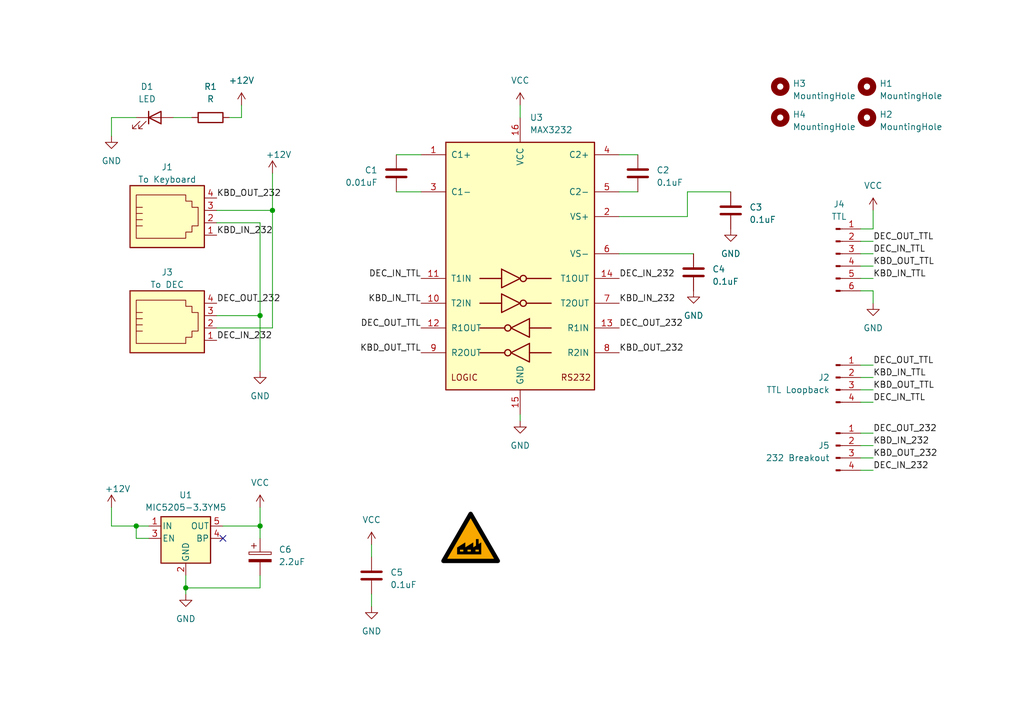
<source format=kicad_sch>
(kicad_sch (version 20230121) (generator eeschema)
  (paper "A5")
  (title_block (title "lk201 keyboard interface breakout") (date "2023-09-07") (rev "A") (company "wlcx industries"))
  (lib_symbols
    (symbol "Connector:Conn_01x04_Pin" (pin_names (offset 1.016) hide)
      (property "Reference" "J" (at 0 5.08 0))
      (property "Value" "Conn_01x04_Pin" (at 0 -7.62 0))
      (symbol "Conn_01x04_Pin_1_1"
        (polyline (pts (xy 1.27 -5.08) (xy 0.8636 -5.08)) (stroke (width 0.1524)))
        (polyline (pts (xy 1.27 -2.54) (xy 0.8636 -2.54)) (stroke (width 0.1524)))
        (polyline (pts (xy 1.27 0) (xy 0.8636 0)) (stroke (width 0.1524)))
        (polyline (pts (xy 1.27 2.54) (xy 0.8636 2.54)) (stroke (width 0.1524)))
        (rectangle (start 0.8636 -4.953) (end 0 -5.207) (stroke (width 0.1524)) (fill (type outline)))
        (rectangle (start 0.8636 -2.413) (end 0 -2.667) (stroke (width 0.1524)) (fill (type outline)))
        (rectangle (start 0.8636 0.127) (end 0 -0.127) (stroke (width 0.1524)) (fill (type outline)))
        (rectangle (start 0.8636 2.667) (end 0 2.413) (stroke (width 0.1524)) (fill (type outline)))
        (pin passive line (at 5.08 2.54 180) (length 3.81) (name "Pin_1") (number "1"))
        (pin passive line (at 5.08 0 180) (length 3.81) (name "Pin_2") (number "2"))
        (pin passive line (at 5.08 -2.54 180) (length 3.81) (name "Pin_3") (number "3"))
        (pin passive line (at 5.08 -5.08 180) (length 3.81) (name "Pin_4") (number "4"))
      )
    )
    (symbol "Connector:Conn_01x06_Pin" (pin_names (offset 1.016) hide)
      (property "Reference" "J" (at 0 7.62 0))
      (property "Value" "Conn_01x06_Pin" (at 0 -10.16 0))
      (symbol "Conn_01x06_Pin_1_1"
        (polyline (pts (xy 1.27 -7.62) (xy 0.8636 -7.62)) (stroke (width 0.1524)))
        (polyline (pts (xy 1.27 -5.08) (xy 0.8636 -5.08)) (stroke (width 0.1524)))
        (polyline (pts (xy 1.27 -2.54) (xy 0.8636 -2.54)) (stroke (width 0.1524)))
        (polyline (pts (xy 1.27 0) (xy 0.8636 0)) (stroke (width 0.1524)))
        (polyline (pts (xy 1.27 2.54) (xy 0.8636 2.54)) (stroke (width 0.1524)))
        (polyline (pts (xy 1.27 5.08) (xy 0.8636 5.08)) (stroke (width 0.1524)))
        (rectangle (start 0.8636 -7.493) (end 0 -7.747) (stroke (width 0.1524)) (fill (type outline)))
        (rectangle (start 0.8636 -4.953) (end 0 -5.207) (stroke (width 0.1524)) (fill (type outline)))
        (rectangle (start 0.8636 -2.413) (end 0 -2.667) (stroke (width 0.1524)) (fill (type outline)))
        (rectangle (start 0.8636 0.127) (end 0 -0.127) (stroke (width 0.1524)) (fill (type outline)))
        (rectangle (start 0.8636 2.667) (end 0 2.413) (stroke (width 0.1524)) (fill (type outline)))
        (rectangle (start 0.8636 5.207) (end 0 4.953) (stroke (width 0.1524)) (fill (type outline)))
        (pin passive line (at 5.08 5.08 180) (length 3.81) (name "Pin_1") (number "1"))
        (pin passive line (at 5.08 2.54 180) (length 3.81) (name "Pin_2") (number "2"))
        (pin passive line (at 5.08 0 180) (length 3.81) (name "Pin_3") (number "3"))
        (pin passive line (at 5.08 -2.54 180) (length 3.81) (name "Pin_4") (number "4"))
        (pin passive line (at 5.08 -5.08 180) (length 3.81) (name "Pin_5") (number "5"))
        (pin passive line (at 5.08 -7.62 180) (length 3.81) (name "Pin_6") (number "6"))
      )
    )
    (symbol "Connector:RJ10" (pin_names (offset 1.016))
      (property "Reference" "J" (at -5.08 8.89 0))
      (property "Value" "RJ10" (at 2.54 8.89 0))
      (symbol "RJ10_0_1"
        (polyline (pts (xy -6.35 -0.635) (xy -5.08 -0.635) (xy -5.08 -0.635)))
        (polyline (pts (xy -6.35 0.635) (xy -5.08 0.635) (xy -5.08 0.635)))
        (polyline (pts (xy -6.35 1.905) (xy -5.08 1.905) (xy -5.08 1.905)))
        (polyline (pts (xy -6.35 3.175) (xy -5.08 3.175) (xy -5.08 3.175)))
        (polyline (pts (xy -6.35 -3.175) (xy -6.35 5.715) (xy -1.27 5.715) (xy 3.81 5.715) (xy 3.81 4.445) (xy 5.08 4.445) (xy 5.08 3.175) (xy 6.35 3.175) (xy 6.35 -0.635) (xy 5.08 -0.635) (xy 5.08 -1.905) (xy 3.81 -1.905) (xy 3.81 -3.175) (xy -6.35 -3.175) (xy -6.35 -3.175)))
        (rectangle (start 7.62 7.62) (end -7.62 -5.08) (stroke (width 0.254)) (fill (type background)))
      )
      (symbol "RJ10_1_1"
        (pin passive line (at 10.16 -2.54 180) (length 2.54) (name "~") (number "1"))
        (pin passive line (at 10.16 0 180) (length 2.54) (name "~") (number "2"))
        (pin passive line (at 10.16 2.54 180) (length 2.54) (name "~") (number "3"))
        (pin passive line (at 10.16 5.08 180) (length 2.54) (name "~") (number "4"))
      )
    )
    (symbol "Device:C" (pin_numbers hide) (pin_names (offset 0.254))
      (property "Reference" "C" (at 0.635 2.54 0))
      (property "Value" "C" (at 0.635 -2.54 0))
      (symbol "C_0_1"
        (polyline (pts (xy -2.032 -0.762) (xy 2.032 -0.762)) (stroke (width 0.508)))
        (polyline (pts (xy -2.032 0.762) (xy 2.032 0.762)) (stroke (width 0.508)))
      )
      (symbol "C_1_1"
        (pin passive line (at 0 3.81 270) (length 2.794) (name "~") (number "1"))
        (pin passive line (at 0 -3.81 90) (length 2.794) (name "~") (number "2"))
      )
    )
    (symbol "Device:C_Polarized" (pin_numbers hide) (pin_names (offset 0.254))
      (property "Reference" "C" (at 0.635 2.54 0))
      (property "Value" "C_Polarized" (at 0.635 -2.54 0))
      (symbol "C_Polarized_0_1"
        (rectangle (start -2.286 0.508) (end 2.286 1.016))
        (polyline (pts (xy -1.778 2.286) (xy -0.762 2.286)))
        (polyline (pts (xy -1.27 2.794) (xy -1.27 1.778)))
        (rectangle (start 2.286 -0.508) (end -2.286 -1.016) (fill (type outline)))
      )
      (symbol "C_Polarized_1_1"
        (pin passive line (at 0 3.81 270) (length 2.794) (name "~") (number "1"))
        (pin passive line (at 0 -3.81 90) (length 2.794) (name "~") (number "2"))
      )
    )
    (symbol "Device:LED" (pin_numbers hide) (pin_names (offset 1.016) hide)
      (property "Reference" "D" (at 0 2.54 0))
      (property "Value" "LED" (at 0 -2.54 0))
      (symbol "LED_0_1"
        (polyline (pts (xy -1.27 -1.27) (xy -1.27 1.27)) (stroke (width 0.254)))
        (polyline (pts (xy -1.27 0) (xy 1.27 0)))
        (polyline (pts (xy 1.27 -1.27) (xy 1.27 1.27) (xy -1.27 0) (xy 1.27 -1.27)) (stroke (width 0.254)))
        (polyline (pts (xy -3.048 -0.762) (xy -4.572 -2.286) (xy -3.81 -2.286) (xy -4.572 -2.286) (xy -4.572 -1.524)))
        (polyline (pts (xy -1.778 -0.762) (xy -3.302 -2.286) (xy -2.54 -2.286) (xy -3.302 -2.286) (xy -3.302 -1.524)))
      )
      (symbol "LED_1_1"
        (pin passive line (at -3.81 0 0) (length 2.54) (name "K") (number "1"))
        (pin passive line (at 3.81 0 180) (length 2.54) (name "A") (number "2"))
      )
    )
    (symbol "Device:R" (pin_numbers hide) (pin_names (offset 0))
      (property "Reference" "R" (at 2.032 0 90))
      (property "Value" "R" (at 0 0 90))
      (symbol "R_0_1"
        (rectangle (start -1.016 -2.54) (end 1.016 2.54) (stroke (width 0.254)))
      )
      (symbol "R_1_1"
        (pin passive line (at 0 3.81 270) (length 1.27) (name "~") (number "1"))
        (pin passive line (at 0 -3.81 90) (length 1.27) (name "~") (number "2"))
      )
    )
    (symbol "Interface_UART:MAX3232" (pin_names (offset 1.016))
      (property "Reference" "U" (at -2.54 28.575 0))
      (property "Value" "MAX3232" (at -2.54 26.67 0))
      (symbol "MAX3232_0_0"
        (text "LOGIC" (at -11.43 -22.86 0) (effects (font (size 1.27 1.27))))
        (text "RS232" (at 11.43 -22.86 0) (effects (font (size 1.27 1.27))))
      )
      (symbol "MAX3232_0_1"
        (rectangle (start -15.24 -25.4) (end 15.24 25.4) (stroke (width 0.254)) (fill (type background)))
        (circle (center -2.54 -17.78) (radius 0.635) (stroke (width 0.254)))
        (circle (center -2.54 -12.7) (radius 0.635) (stroke (width 0.254)))
        (polyline (pts (xy -3.81 -7.62) (xy -8.255 -7.62)) (stroke (width 0.254)))
        (polyline (pts (xy -3.81 -2.54) (xy -8.255 -2.54)) (stroke (width 0.254)))
        (polyline (pts (xy -3.175 -17.78) (xy -8.255 -17.78)) (stroke (width 0.254)))
        (polyline (pts (xy -3.175 -12.7) (xy -8.255 -12.7)) (stroke (width 0.254)))
        (polyline (pts (xy 1.27 -7.62) (xy 6.35 -7.62)) (stroke (width 0.254)))
        (polyline (pts (xy 1.27 -2.54) (xy 6.35 -2.54)) (stroke (width 0.254)))
        (polyline (pts (xy 1.905 -17.78) (xy 6.35 -17.78)) (stroke (width 0.254)))
        (polyline (pts (xy 1.905 -12.7) (xy 6.35 -12.7)) (stroke (width 0.254)))
        (polyline (pts (xy -3.81 -5.715) (xy -3.81 -9.525) (xy 0 -7.62) (xy -3.81 -5.715)) (stroke (width 0.254)))
        (polyline (pts (xy -3.81 -0.635) (xy -3.81 -4.445) (xy 0 -2.54) (xy -3.81 -0.635)) (stroke (width 0.254)))
        (polyline (pts (xy 1.905 -15.875) (xy 1.905 -19.685) (xy -1.905 -17.78) (xy 1.905 -15.875)) (stroke (width 0.254)))
        (polyline (pts (xy 1.905 -10.795) (xy 1.905 -14.605) (xy -1.905 -12.7) (xy 1.905 -10.795)) (stroke (width 0.254)))
        (circle (center 0.635 -7.62) (radius 0.635) (stroke (width 0.254)))
        (circle (center 0.635 -2.54) (radius 0.635) (stroke (width 0.254)))
      )
      (symbol "MAX3232_1_1"
        (pin passive line (at -20.32 22.86 0) (length 5.08) (name "C1+") (number "1"))
        (pin input line (at -20.32 -7.62 0) (length 5.08) (name "T2IN") (number "10"))
        (pin input line (at -20.32 -2.54 0) (length 5.08) (name "T1IN") (number "11"))
        (pin output line (at -20.32 -12.7 0) (length 5.08) (name "R1OUT") (number "12"))
        (pin input line (at 20.32 -12.7 180) (length 5.08) (name "R1IN") (number "13"))
        (pin output line (at 20.32 -2.54 180) (length 5.08) (name "T1OUT") (number "14"))
        (pin power_in line (at 0 -30.48 90) (length 5.08) (name "GND") (number "15"))
        (pin power_in line (at 0 30.48 270) (length 5.08) (name "VCC") (number "16"))
        (pin power_out line (at 20.32 10.16 180) (length 5.08) (name "VS+") (number "2"))
        (pin passive line (at -20.32 15.24 0) (length 5.08) (name "C1-") (number "3"))
        (pin passive line (at 20.32 22.86 180) (length 5.08) (name "C2+") (number "4"))
        (pin passive line (at 20.32 15.24 180) (length 5.08) (name "C2-") (number "5"))
        (pin power_out line (at 20.32 2.54 180) (length 5.08) (name "VS-") (number "6"))
        (pin output line (at 20.32 -7.62 180) (length 5.08) (name "T2OUT") (number "7"))
        (pin input line (at 20.32 -17.78 180) (length 5.08) (name "R2IN") (number "8"))
        (pin output line (at -20.32 -17.78 0) (length 5.08) (name "R2OUT") (number "9"))
      )
    )
    (symbol "Mechanical:MountingHole" (pin_names (offset 1.016))
      (property "Reference" "H" (at 0 5.08 0))
      (property "Value" "MountingHole" (at 0 3.175 0))
      (symbol "MountingHole_0_1"
        (circle (center 0 0) (radius 1.27) (stroke (width 1.27)))
      )
    )
    (symbol "Regulator_Linear:MIC5205-3.3YM5" (pin_names (offset 0.254))
      (property "Reference" "U" (at -3.81 5.715 0))
      (property "Value" "MIC5205-3.3YM5" (at 0 5.715 0))
      (symbol "MIC5205-3.3YM5_0_1"
        (rectangle (start -5.08 4.445) (end 5.08 -5.08) (stroke (width 0.254)) (fill (type background)))
      )
      (symbol "MIC5205-3.3YM5_1_1"
        (pin power_in line (at -7.62 2.54 0) (length 2.54) (name "IN") (number "1"))
        (pin power_in line (at 0 -7.62 90) (length 2.54) (name "GND") (number "2"))
        (pin input line (at -7.62 0 0) (length 2.54) (name "EN") (number "3"))
        (pin input line (at 7.62 0 180) (length 2.54) (name "BP") (number "4"))
        (pin power_out line (at 7.62 2.54 180) (length 2.54) (name "OUT") (number "5"))
      )
    )
    (symbol "power:+12V" (power) (pin_names (offset 0))
      (property "Value" "+12V" (at 0 3.556 0))
      (symbol "+12V_0_1"
        (polyline (pts (xy -0.762 1.27) (xy 0 2.54)))
        (polyline (pts (xy 0 0) (xy 0 2.54)))
        (polyline (pts (xy 0 2.54) (xy 0.762 1.27)))
      )
      (symbol "+12V_1_1"
        (pin power_in line (at 0 0 90) (length 0) hide (name "+12V") (number "1"))
      )
    )
    (symbol "power:GND" (power) (pin_names (offset 0))
      (property "Value" "GND" (at 0 -3.81 0))
      (symbol "GND_0_1"
        (polyline (pts (xy 0 0) (xy 0 -1.27) (xy 1.27 -1.27) (xy 0 -2.54) (xy -1.27 -1.27) (xy 0 -1.27)))
      )
      (symbol "GND_1_1"
        (pin power_in line (at 0 0 270) (length 0) hide (name "GND") (number "1"))
      )
    )
    (symbol "power:VCC" (power) (pin_names (offset 0))
      (property "Value" "VCC" (at 0 3.81 0))
      (symbol "VCC_0_1"
        (polyline (pts (xy -0.762 1.27) (xy 0 2.54)))
        (polyline (pts (xy 0 0) (xy 0 2.54)))
        (polyline (pts (xy 0 2.54) (xy 0.762 1.27)))
      )
      (symbol "VCC_1_1"
        (pin power_in line (at 0 0 90) (length 0) hide (name "VCC") (number "1"))
      )
    )
  )
  (junction (at 55.88 43.18))
  (junction (at 38.1 120.65))
  (junction (at 53.34 107.95))
  (junction (at 53.34 64.77))
  (junction (at 27.94 107.95))
  (no_connect (at 45.72 110.49))
  (wire (pts (xy 176.53 52.07) (xy 179.07 52.07)))
  (wire (pts (xy 106.68 85.09) (xy 106.68 86.36)))
  (wire (pts (xy 176.53 54.61) (xy 179.07 54.61)))
  (wire (pts (xy 53.34 64.77) (xy 53.34 76.2)))
  (wire (pts (xy 44.45 64.77) (xy 53.34 64.77)))
  (wire (pts (xy 176.53 59.69) (xy 179.07 59.69)))
  (wire (pts (xy 140.97 44.45) (xy 140.97 39.37)))
  (wire (pts (xy 81.28 31.75) (xy 86.36 31.75)))
  (wire (pts (xy 53.34 120.65) (xy 38.1 120.65)))
  (wire (pts (xy 53.34 45.72) (xy 53.34 64.77)))
  (wire (pts (xy 44.45 45.72) (xy 53.34 45.72)))
  (wire (pts (xy 76.2 111.76) (xy 76.2 114.3)))
  (wire (pts (xy 45.72 107.95) (xy 53.34 107.95)))
  (wire (pts (xy 176.53 80.01) (xy 179.07 80.01)))
  (wire (pts (xy 55.88 43.18) (xy 55.88 67.31)))
  (wire (pts (xy 49.53 21.59) (xy 49.53 24.13)))
  (wire (pts (xy 179.07 59.69) (xy 179.07 62.23)))
  (wire (pts (xy 55.88 43.18) (xy 55.88 35.56)))
  (wire (pts (xy 27.94 110.49) (xy 27.94 107.95)))
  (wire (pts (xy 176.53 91.44) (xy 179.07 91.44)))
  (wire (pts (xy 127 39.37) (xy 130.81 39.37)))
  (wire (pts (xy 176.53 93.98) (xy 179.07 93.98)))
  (wire (pts (xy 22.86 104.14) (xy 22.86 107.95)))
  (wire (pts (xy 140.97 39.37) (xy 149.86 39.37)))
  (wire (pts (xy 106.68 21.59) (xy 106.68 24.13)))
  (wire (pts (xy 38.1 118.11) (xy 38.1 120.65)))
  (wire (pts (xy 55.88 67.31) (xy 44.45 67.31)))
  (wire (pts (xy 22.86 24.13) (xy 27.94 24.13)))
  (wire (pts (xy 49.53 24.13) (xy 46.99 24.13)))
  (wire (pts (xy 179.07 46.99) (xy 176.53 46.99)))
  (wire (pts (xy 22.86 107.95) (xy 27.94 107.95)))
  (wire (pts (xy 127 31.75) (xy 130.81 31.75)))
  (wire (pts (xy 81.28 39.37) (xy 86.36 39.37)))
  (wire (pts (xy 53.34 107.95) (xy 53.34 104.14)))
  (wire (pts (xy 127 44.45) (xy 140.97 44.45)))
  (wire (pts (xy 176.53 82.55) (xy 179.07 82.55)))
  (wire (pts (xy 35.56 24.13) (xy 39.37 24.13)))
  (wire (pts (xy 53.34 110.49) (xy 53.34 107.95)))
  (wire (pts (xy 176.53 96.52) (xy 179.07 96.52)))
  (wire (pts (xy 176.53 74.93) (xy 179.07 74.93)))
  (wire (pts (xy 22.86 27.94) (xy 22.86 24.13)))
  (wire (pts (xy 127 52.07) (xy 142.24 52.07)))
  (wire (pts (xy 176.53 49.53) (xy 179.07 49.53)))
  (wire (pts (xy 179.07 43.18) (xy 179.07 46.99)))
  (wire (pts (xy 27.94 107.95) (xy 30.48 107.95)))
  (wire (pts (xy 44.45 43.18) (xy 55.88 43.18)))
  (wire (pts (xy 30.48 110.49) (xy 27.94 110.49)))
  (wire (pts (xy 176.53 77.47) (xy 179.07 77.47)))
  (wire (pts (xy 53.34 118.11) (xy 53.34 120.65)))
  (wire (pts (xy 38.1 120.65) (xy 38.1 121.92)))
  (wire (pts (xy 76.2 121.92) (xy 76.2 124.46)))
  (wire (pts (xy 176.53 88.9) (xy 179.07 88.9)))
  (wire (pts (xy 176.53 57.15) (xy 179.07 57.15)))
  (image (at 96.52 110.49) (scale 0.585029))
  (label "KBD_OUT_232" (at 44.45 40.64 0))
  (label "KBD_OUT_232" (at 127 72.39 0))
  (label "DEC_IN_TTL" (at 179.07 82.55 0))
  (label "DEC_IN_232" (at 179.07 96.52 0))
  (label "DEC_OUT_TTL" (at 86.36 67.31 180))
  (label "KBD_IN_TTL" (at 179.07 57.15 0))
  (label "DEC_OUT_232" (at 127 67.31 0))
  (label "KBD_IN_TTL" (at 86.36 62.23 180))
  (label "KBD_IN_232" (at 179.07 91.44 0))
  (label "KBD_OUT_TTL" (at 179.07 80.01 0))
  (label "DEC_IN_232" (at 44.45 69.85 0))
  (label "KBD_OUT_TTL" (at 179.07 54.61 0))
  (label "KBD_OUT_TTL" (at 86.36 72.39 180))
  (label "DEC_IN_TTL" (at 86.36 57.15 180))
  (label "DEC_OUT_TTL" (at 179.07 74.93 0))
  (label "KBD_OUT_232" (at 179.07 93.98 0))
  (label "KBD_IN_TTL" (at 179.07 77.47 0))
  (label "KBD_IN_232" (at 44.45 48.26 0))
  (label "KBD_IN_232" (at 127 62.23 0))
  (label "DEC_OUT_232" (at 44.45 62.23 0))
  (label "DEC_OUT_TTL" (at 179.07 49.53 0))
  (label "DEC_IN_TTL" (at 179.07 52.07 0))
  (label "DEC_OUT_232" (at 179.07 88.9 0))
  (label "DEC_IN_232" (at 127 57.15 0))
  (symbol (lib_id "power:VCC") (at 179.07 43.18 0) (unit 1)
    (property "Reference" "#PWR07" (effects hide))
    (property "Value" "VCC" (at 179.07 38.1 0))
  )
  (symbol (lib_id "Device:C") (at 149.86 43.18 0) (mirror y) (unit 1)
    (property "Reference" "C3" (at 153.67 42.545 0) (effects (justify right)))
    (property "Value" "0.1uF" (at 153.67 45.085 0) (effects (justify right)))
    (property "Footprint" "Capacitor_SMD:C_0805_2012Metric_Pad1.18x1.45mm_HandSolder" (effects hide))
  )
  (symbol (lib_id "Regulator_Linear:MIC5205-3.3YM5") (at 38.1 110.49 0) (unit 1)
    (property "Reference" "U1" (at 38.1 101.6 0))
    (property "Value" "MIC5205-3.3YM5" (at 38.1 104.14 0))
    (property "Footprint" "Package_TO_SOT_SMD:SOT-23-5" (effects hide))
    (property "Datasheet" "http://ww1.microchip.com/downloads/en/DeviceDoc/20005785A.pdf" (effects hide))
  )
  (symbol (lib_id "Connector:RJ10") (at 34.29 45.72 0) (unit 1)
    (property "Reference" "J1" (at 34.29 34.29 0))
    (property "Value" "To Keyboard" (at 34.29 36.83 0))
    (property "Footprint" "lk201_breakout:Wurth_WR-MJ_4p4c_rj10_615004143821" (effects hide))
  )
  (symbol (lib_id "Mechanical:MountingHole") (at 177.8 24.13 0) (unit 1)
    (property "Reference" "H2" (at 180.34 23.495 0) (effects (justify left)))
    (property "Value" "MountingHole" (at 180.34 26.035 0) (effects (justify left)))
    (property "Footprint" "MountingHole:MountingHole_3.2mm_M3_DIN965_Pad_TopBottom" (effects hide))
  )
  (symbol (lib_id "Mechanical:MountingHole") (at 160.02 24.13 0) (unit 1)
    (property "Reference" "H4" (at 162.56 23.495 0) (effects (justify left)))
    (property "Value" "MountingHole" (at 162.56 26.035 0) (effects (justify left)))
    (property "Footprint" "MountingHole:MountingHole_3.2mm_M3_DIN965_Pad_TopBottom" (effects hide))
  )
  (symbol (lib_id "Mechanical:MountingHole") (at 177.8 17.78 0) (unit 1)
    (property "Reference" "H1" (at 180.34 17.145 0) (effects (justify left)))
    (property "Value" "MountingHole" (at 180.34 19.685 0) (effects (justify left)))
    (property "Footprint" "MountingHole:MountingHole_3.2mm_M3_DIN965_Pad_TopBottom" (effects hide))
  )
  (symbol (lib_id "Connector:Conn_01x04_Pin") (at 171.45 91.44 0) (unit 1)
    (property "Reference" "J5" (at 170.18 91.44 0) (effects (justify right)))
    (property "Value" "232 Breakout" (at 170.18 93.98 0) (effects (justify right)))
    (property "Footprint" "Connector_PinHeader_2.54mm:PinHeader_1x04_P2.54mm_Vertical" (effects hide))
  )
  (symbol (lib_id "Device:LED") (at 31.75 24.13 0) (unit 1)
    (property "Reference" "D1" (at 30.1625 17.78 0))
    (property "Value" "LED" (at 30.1625 20.32 0))
    (property "Footprint" "LED_SMD:LED_0805_2012Metric_Pad1.15x1.40mm_HandSolder" (effects hide))
  )
  (symbol (lib_id "power:GND") (at 179.07 62.23 0) (unit 1)
    (property "Reference" "#PWR06" (effects hide))
    (property "Value" "GND" (at 179.07 67.31 0))
  )
  (symbol (lib_id "power:GND") (at 76.2 124.46 0) (unit 1)
    (property "Reference" "#PWR010" (effects hide))
    (property "Value" "GND" (at 76.2 129.54 0))
  )
  (symbol (lib_id "power:VCC") (at 53.34 104.14 0) (unit 1)
    (property "Reference" "#PWR011" (effects hide))
    (property "Value" "VCC" (at 53.34 99.06 0))
  )
  (symbol (lib_id "Device:C") (at 130.81 35.56 0) (mirror y) (unit 1)
    (property "Reference" "C2" (at 134.62 34.925 0) (effects (justify right)))
    (property "Value" "0.1uF" (at 134.62 37.465 0) (effects (justify right)))
    (property "Footprint" "Capacitor_SMD:C_0805_2012Metric_Pad1.18x1.45mm_HandSolder" (effects hide))
  )
  (symbol (lib_id "power:+12V") (at 55.88 35.56 0) (unit 1)
    (property "Reference" "#PWR01" (effects hide))
    (property "Value" "+12V" (at 57.15 31.75 0))
  )
  (symbol (lib_id "Connector:RJ10") (at 34.29 67.31 0) (unit 1)
    (property "Reference" "J3" (at 34.29 55.88 0))
    (property "Value" "To DEC" (at 34.29 58.42 0))
    (property "Footprint" "lk201_breakout:Wurth_WR-MJ_4p4c_rj10_615004143821" (effects hide))
  )
  (symbol (lib_id "Connector:Conn_01x04_Pin") (at 171.45 77.47 0) (unit 1)
    (property "Reference" "J2" (at 170.18 77.47 0) (effects (justify right)))
    (property "Value" "TTL Loopback" (at 170.18 80.01 0) (effects (justify right)))
    (property "Footprint" "Connector_PinHeader_2.54mm:PinHeader_1x04_P2.54mm_Vertical" (effects hide))
  )
  (symbol (lib_id "Device:C_Polarized") (at 53.34 114.3 0) (unit 1)
    (property "Reference" "C6" (at 57.15 112.776 0) (effects (justify left)))
    (property "Value" "2.2uF" (at 57.15 115.316 0) (effects (justify left)))
    (property "Footprint" "Capacitor_Tantalum_SMD:CP_EIA-2012-12_Kemet-R_Pad1.30x1.05mm_HandSolder" (effects hide))
  )
  (symbol (lib_id "Mechanical:MountingHole") (at 160.02 17.78 0) (unit 1)
    (property "Reference" "H3" (at 162.56 17.145 0) (effects (justify left)))
    (property "Value" "MountingHole" (at 162.56 19.685 0) (effects (justify left)))
    (property "Footprint" "MountingHole:MountingHole_3.2mm_M3_DIN965_Pad_TopBottom" (effects hide))
  )
  (symbol (lib_id "power:GND") (at 106.68 86.36 0) (unit 1)
    (property "Reference" "#PWR03" (effects hide))
    (property "Value" "GND" (at 106.68 91.44 0))
  )
  (symbol (lib_id "power:GND") (at 22.86 27.94 0) (unit 1)
    (property "Reference" "#PWR012" (effects hide))
    (property "Value" "GND" (at 22.86 33.02 0))
  )
  (symbol (lib_id "power:VCC") (at 76.2 111.76 0) (unit 1)
    (property "Reference" "#PWR09" (effects hide))
    (property "Value" "VCC" (at 76.2 106.68 0))
  )
  (symbol (lib_id "Device:C") (at 76.2 118.11 0) (unit 1)
    (property "Reference" "C5" (at 80.01 117.475 0) (effects (justify left)))
    (property "Value" "0.1uF" (at 80.01 120.015 0) (effects (justify left)))
    (property "Footprint" "Capacitor_SMD:C_0805_2012Metric_Pad1.18x1.45mm_HandSolder" (effects hide))
  )
  (symbol (lib_id "Device:C") (at 142.24 55.88 0) (mirror y) (unit 1)
    (property "Reference" "C4" (at 146.05 55.245 0) (effects (justify right)))
    (property "Value" "0.1uF" (at 146.05 57.785 0) (effects (justify right)))
    (property "Footprint" "Capacitor_SMD:C_0805_2012Metric_Pad1.18x1.45mm_HandSolder" (effects hide))
  )
  (symbol (lib_id "Device:C") (at 81.28 35.56 0) (unit 1)
    (property "Reference" "C1" (at 77.47 34.925 0) (effects (justify right)))
    (property "Value" "0.01uF" (at 77.47 37.465 0) (effects (justify right)))
    (property "Footprint" "Capacitor_SMD:C_0805_2012Metric_Pad1.18x1.45mm_HandSolder" (effects hide))
  )
  (symbol (lib_id "power:GND") (at 53.34 76.2 0) (unit 1)
    (property "Reference" "#PWR02" (effects hide))
    (property "Value" "GND" (at 53.34 81.28 0))
  )
  (symbol (lib_id "power:GND") (at 142.24 59.69 0) (unit 1)
    (property "Reference" "#PWR05" (effects hide))
    (property "Value" "GND" (at 142.24 64.77 0))
  )
  (symbol (lib_id "Interface_UART:MAX3232") (at 106.68 54.61 0) (unit 1)
    (property "Reference" "U3" (at 108.6359 24.13 0) (effects (justify left)))
    (property "Value" "MAX3232" (at 108.6359 26.67 0) (effects (justify left)))
    (property "Footprint" "Package_SO:SOIC-16_3.9x9.9mm_P1.27mm" (effects hide))
    (property "Datasheet" "https://datasheets.maximintegrated.com/en/ds/MAX3222-MAX3241.pdf" (effects hide))
  )
  (symbol (lib_id "power:+12V") (at 22.86 104.14 0) (unit 1)
    (property "Reference" "#PWR013" (effects hide))
    (property "Value" "+12V" (at 24.13 100.33 0))
  )
  (symbol (lib_id "power:VCC") (at 106.68 21.59 0) (unit 1)
    (property "Reference" "#PWR08" (effects hide))
    (property "Value" "VCC" (at 106.68 16.51 0))
  )
  (symbol (lib_id "power:GND") (at 149.86 46.99 0) (unit 1)
    (property "Reference" "#PWR04" (effects hide))
    (property "Value" "GND" (at 149.86 52.07 0))
  )
  (symbol (lib_id "Device:R") (at 43.18 24.13 90) (unit 1)
    (property "Reference" "R1" (at 43.18 17.78 90))
    (property "Value" "R" (at 43.18 20.32 90))
    (property "Footprint" "Resistor_SMD:R_0805_2012Metric_Pad1.20x1.40mm_HandSolder" (effects hide))
  )
  (symbol (lib_id "power:+12V") (at 49.53 21.59 0) (unit 1)
    (property "Reference" "#PWR015" (effects hide))
    (property "Value" "+12V" (at 49.53 16.51 0))
  )
  (symbol (lib_id "power:GND") (at 38.1 121.92 0) (unit 1)
    (property "Reference" "#PWR014" (effects hide))
    (property "Value" "GND" (at 38.1 127 0))
  )
  (symbol (lib_id "Connector:Conn_01x06_Pin") (at 171.45 52.07 0) (unit 1)
    (property "Reference" "J4" (at 172.085 41.91 0))
    (property "Value" "TTL" (at 172.085 44.45 0))
    (property "Footprint" "Connector_PinHeader_2.54mm:PinHeader_1x06_P2.54mm_Vertical" (effects hide))
  )
)
</source>
